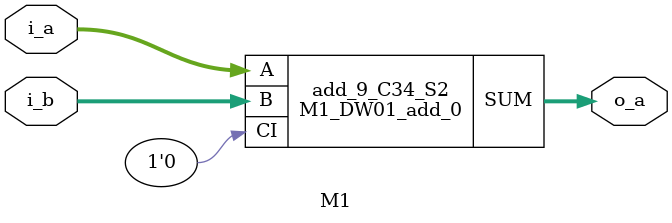
<source format=v>


module M1_DW01_add_0 ( A, B, CI, SUM, CO );
  input [31:0] A;
  input [31:0] B;
  output [31:0] SUM;
  input CI;
  output CO;

  wire   [31:1] carry;

  EO3P U1_31 ( .A(A[31]), .B(B[31]), .C(carry[31]), .Z(SUM[31]) );
  FA1A U1_30 ( .A(A[30]), .B(B[30]), .CI(carry[30]), .CO(carry[31]), .S(
        SUM[30]) );
  FA1A U1_29 ( .A(A[29]), .B(B[29]), .CI(carry[29]), .CO(carry[30]), .S(
        SUM[29]) );
  FA1A U1_28 ( .A(A[28]), .B(B[28]), .CI(carry[28]), .CO(carry[29]), .S(
        SUM[28]) );
  FA1A U1_27 ( .A(A[27]), .B(B[27]), .CI(carry[27]), .CO(carry[28]), .S(
        SUM[27]) );
  FA1A U1_26 ( .A(A[26]), .B(B[26]), .CI(carry[26]), .CO(carry[27]), .S(
        SUM[26]) );
  FA1A U1_25 ( .A(A[25]), .B(B[25]), .CI(carry[25]), .CO(carry[26]), .S(
        SUM[25]) );
  FA1A U1_24 ( .A(A[24]), .B(B[24]), .CI(carry[24]), .CO(carry[25]), .S(
        SUM[24]) );
  FA1A U1_23 ( .A(A[23]), .B(B[23]), .CI(carry[23]), .CO(carry[24]), .S(
        SUM[23]) );
  FA1A U1_22 ( .A(A[22]), .B(B[22]), .CI(carry[22]), .CO(carry[23]), .S(
        SUM[22]) );
  FA1A U1_21 ( .A(A[21]), .B(B[21]), .CI(carry[21]), .CO(carry[22]), .S(
        SUM[21]) );
  FA1A U1_20 ( .A(A[20]), .B(B[20]), .CI(carry[20]), .CO(carry[21]), .S(
        SUM[20]) );
  FA1A U1_19 ( .A(A[19]), .B(B[19]), .CI(carry[19]), .CO(carry[20]), .S(
        SUM[19]) );
  FA1A U1_18 ( .A(A[18]), .B(B[18]), .CI(carry[18]), .CO(carry[19]), .S(
        SUM[18]) );
  FA1A U1_17 ( .A(A[17]), .B(B[17]), .CI(carry[17]), .CO(carry[18]), .S(
        SUM[17]) );
  FA1A U1_16 ( .A(A[16]), .B(B[16]), .CI(carry[16]), .CO(carry[17]), .S(
        SUM[16]) );
  FA1A U1_15 ( .A(A[15]), .B(B[15]), .CI(carry[15]), .CO(carry[16]), .S(
        SUM[15]) );
  FA1A U1_14 ( .A(A[14]), .B(B[14]), .CI(carry[14]), .CO(carry[15]), .S(
        SUM[14]) );
  FA1A U1_13 ( .A(A[13]), .B(B[13]), .CI(carry[13]), .CO(carry[14]), .S(
        SUM[13]) );
  FA1A U1_12 ( .A(A[12]), .B(B[12]), .CI(carry[12]), .CO(carry[13]), .S(
        SUM[12]) );
  FA1A U1_11 ( .A(A[11]), .B(B[11]), .CI(carry[11]), .CO(carry[12]), .S(
        SUM[11]) );
  FA1A U1_10 ( .A(A[10]), .B(B[10]), .CI(carry[10]), .CO(carry[11]), .S(
        SUM[10]) );
  FA1A U1_9 ( .A(A[9]), .B(B[9]), .CI(carry[9]), .CO(carry[10]), .S(SUM[9]) );
  FA1A U1_8 ( .A(A[8]), .B(B[8]), .CI(carry[8]), .CO(carry[9]), .S(SUM[8]) );
  FA1A U1_7 ( .A(A[7]), .B(B[7]), .CI(carry[7]), .CO(carry[8]), .S(SUM[7]) );
  FA1A U1_6 ( .A(A[6]), .B(B[6]), .CI(carry[6]), .CO(carry[7]), .S(SUM[6]) );
  FA1A U1_5 ( .A(A[5]), .B(B[5]), .CI(carry[5]), .CO(carry[6]), .S(SUM[5]) );
  FA1A U1_4 ( .A(A[4]), .B(B[4]), .CI(carry[4]), .CO(carry[5]), .S(SUM[4]) );
  FA1A U1_3 ( .A(A[3]), .B(B[3]), .CI(carry[3]), .CO(carry[4]), .S(SUM[3]) );
  FA1A U1_2 ( .A(A[2]), .B(B[2]), .CI(carry[2]), .CO(carry[3]), .S(SUM[2]) );
  FA1A U1_1 ( .A(A[1]), .B(B[1]), .CI(carry[1]), .CO(carry[2]), .S(SUM[1]) );
  EO U1 ( .A(A[0]), .B(B[0]), .Z(SUM[0]) );
  AN2P U2 ( .A(A[0]), .B(B[0]), .Z(carry[1]) );
endmodule


module M1 ( i_a, i_b, o_a );
  input [31:0] i_a;
  input [31:0] i_b;
  output [31:0] o_a;


  M1_DW01_add_0 add_9_C34_S2 ( .A(i_a), .B(i_b), .CI(1'b0), .SUM(o_a) );
endmodule


</source>
